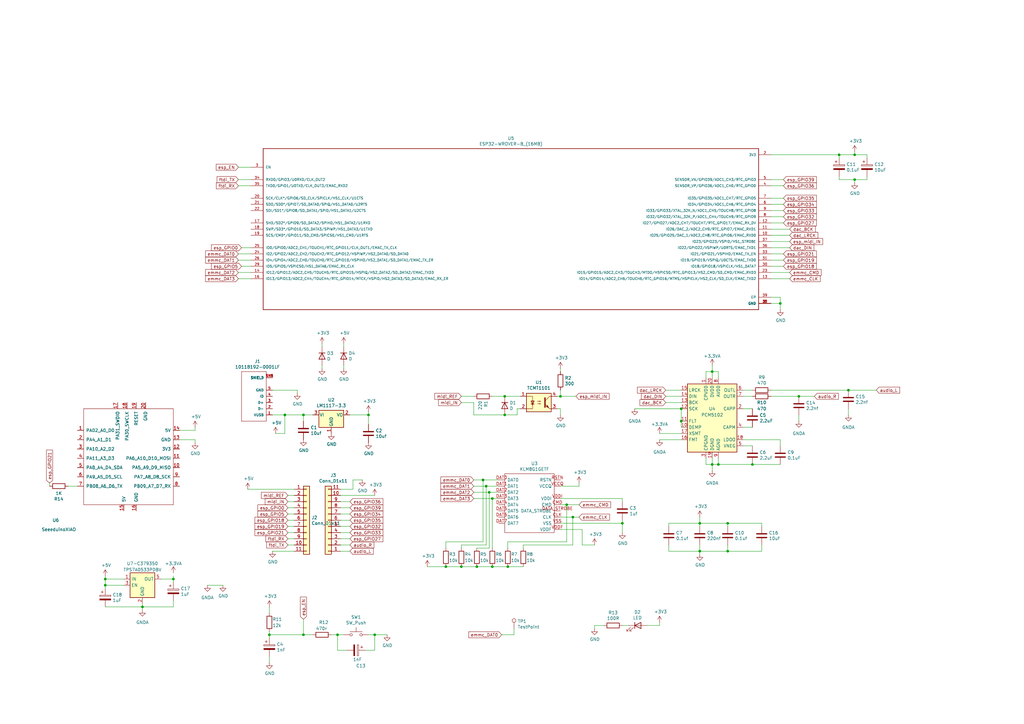
<source format=kicad_sch>
(kicad_sch (version 20230121) (generator eeschema)
  (paper "A3")
  (junction (at 298.45 214.63))
  (junction (at 200.66 201.93))
  (junction (at 350.52 73.66))
  (junction (at 279.4 167.64))
  (junction (at 110.49 260.35))
  (junction (at 124.46 170.18))
  (junction (at 182.88 232.41))
  (junction (at 198.12 196.85))
  (junction (at 234.95 212.09))
  (junction (at 199.39 199.39))
  (junction (at 294.64 190.5))
  (junction (at 232.41 207.01))
  (junction (at 189.23 232.41))
  (junction (at 287.02 226.06))
  (junction (at 350.52 63.5))
  (junction (at 201.93 204.47))
  (junction (at 344.17 63.5))
  (junction (at 207.01 170.18))
  (junction (at 292.1 190.5))
  (junction (at 255.27 214.63))
  (junction (at 298.45 226.06))
  (junction (at 292.1 152.4))
  (junction (at 201.93 232.41))
  (junction (at 327.66 162.56))
  (junction (at 287.02 214.63))
  (junction (at 116.84 170.18))
  (junction (at 279.4 172.72))
  (junction (at 138.43 260.35))
  (junction (at 308.61 190.5))
  (junction (at 208.28 232.41))
  (junction (at 229.87 162.56))
  (junction (at 43.18 237.49))
  (junction (at 124.46 260.35))
  (junction (at 207.01 162.56))
  (junction (at 58.42 248.92))
  (junction (at 347.98 160.02))
  (junction (at 71.12 237.49))
  (junction (at 195.58 232.41))
  (junction (at 43.18 240.03))
  (junction (at 151.13 170.18))
  (junction (at 320.04 124.46))
  (junction (at 153.67 260.35))
  (wire (pts (xy 113.03 177.8) (xy 116.84 177.8)))
  (wire (pts (xy 139.7 210.82) (xy 143.51 210.82)))
  (wire (pts (xy 255.27 214.63) (xy 255.27 213.36)))
  (wire (pts (xy 321.31 76.2) (xy 316.23 76.2)))
  (wire (pts (xy 80.01 180.34) (xy 73.66 180.34)))
  (wire (pts (xy 229.87 167.64) (xy 228.6 167.64)))
  (wire (pts (xy 312.42 226.06) (xy 298.45 226.06)))
  (wire (pts (xy 327.66 170.18) (xy 327.66 172.72)))
  (wire (pts (xy 347.98 167.64) (xy 347.98 170.18)))
  (wire (pts (xy 140.97 260.35) (xy 138.43 260.35)))
  (wire (pts (xy 247.65 256.54) (xy 243.84 256.54)))
  (wire (pts (xy 334.01 162.56) (xy 327.66 162.56)))
  (wire (pts (xy 279.4 162.56) (xy 273.05 162.56)))
  (wire (pts (xy 355.6 63.5) (xy 350.52 63.5)))
  (wire (pts (xy 238.76 223.52) (xy 243.84 223.52)))
  (wire (pts (xy 320.04 124.46) (xy 316.23 124.46)))
  (wire (pts (xy 142.24 266.7) (xy 138.43 266.7)))
  (wire (pts (xy 287.02 214.63) (xy 287.02 212.09)))
  (wire (pts (xy 139.7 218.44) (xy 143.51 218.44)))
  (wire (pts (xy 58.42 248.92) (xy 71.12 248.92)))
  (wire (pts (xy 148.59 196.85) (xy 144.78 196.85)))
  (wire (pts (xy 304.8 182.88) (xy 308.61 182.88)))
  (wire (pts (xy 279.4 172.72) (xy 279.4 167.64)))
  (wire (pts (xy 118.11 210.82) (xy 120.65 210.82)))
  (wire (pts (xy 287.02 214.63) (xy 298.45 214.63)))
  (wire (pts (xy 350.52 73.66) (xy 350.52 74.93)))
  (wire (pts (xy 214.63 224.79) (xy 214.63 223.52)))
  (wire (pts (xy 182.88 232.41) (xy 189.23 232.41)))
  (wire (pts (xy 31.75 199.39) (xy 27.94 199.39)))
  (wire (pts (xy 229.87 162.56) (xy 228.6 162.56)))
  (wire (pts (xy 287.02 226.06) (xy 287.02 223.52)))
  (wire (pts (xy 43.18 240.03) (xy 43.18 241.3)))
  (wire (pts (xy 294.64 154.94) (xy 294.64 152.4)))
  (wire (pts (xy 237.49 198.12) (xy 237.49 199.39)))
  (wire (pts (xy 102.87 101.6) (xy 99.06 101.6)))
  (wire (pts (xy 97.79 73.66) (xy 102.87 73.66)))
  (wire (pts (xy 260.35 167.64) (xy 279.4 167.64)))
  (wire (pts (xy 321.31 81.28) (xy 316.23 81.28)))
  (wire (pts (xy 102.87 68.58) (xy 97.79 68.58)))
  (wire (pts (xy 110.49 251.46) (xy 110.49 248.92)))
  (wire (pts (xy 151.13 260.35) (xy 153.67 260.35)))
  (wire (pts (xy 234.95 223.52) (xy 234.95 212.09)))
  (wire (pts (xy 43.18 237.49) (xy 50.8 237.49)))
  (wire (pts (xy 97.79 111.76) (xy 102.87 111.76)))
  (wire (pts (xy 321.31 86.36) (xy 316.23 86.36)))
  (wire (pts (xy 153.67 260.35) (xy 153.67 266.7)))
  (wire (pts (xy 139.7 205.74) (xy 143.51 205.74)))
  (wire (pts (xy 321.31 91.44) (xy 316.23 91.44)))
  (wire (pts (xy 153.67 266.7) (xy 149.86 266.7)))
  (wire (pts (xy 273.05 160.02) (xy 279.4 160.02)))
  (wire (pts (xy 294.64 190.5) (xy 292.1 190.5)))
  (wire (pts (xy 355.6 73.66) (xy 355.6 72.39)))
  (wire (pts (xy 210.82 260.35) (xy 205.74 260.35)))
  (wire (pts (xy 298.45 226.06) (xy 287.02 226.06)))
  (wire (pts (xy 350.52 62.23) (xy 350.52 63.5)))
  (wire (pts (xy 308.61 190.5) (xy 294.64 190.5)))
  (wire (pts (xy 116.84 170.18) (xy 124.46 170.18)))
  (wire (pts (xy 118.11 218.44) (xy 120.65 218.44)))
  (wire (pts (xy 116.84 177.8) (xy 116.84 170.18)))
  (wire (pts (xy 71.12 246.38) (xy 71.12 248.92)))
  (wire (pts (xy 344.17 72.39) (xy 344.17 73.66)))
  (wire (pts (xy 200.66 224.79) (xy 200.66 201.93)))
  (wire (pts (xy 208.28 232.41) (xy 214.63 232.41)))
  (wire (pts (xy 201.93 162.56) (xy 207.01 162.56)))
  (wire (pts (xy 229.87 151.13) (xy 229.87 152.4)))
  (wire (pts (xy 308.61 175.26) (xy 304.8 175.26)))
  (wire (pts (xy 287.02 214.63) (xy 274.32 214.63)))
  (wire (pts (xy 124.46 254) (xy 124.46 260.35)))
  (wire (pts (xy 189.23 223.52) (xy 199.39 223.52)))
  (wire (pts (xy 287.02 215.9) (xy 287.02 214.63)))
  (wire (pts (xy 320.04 124.46) (xy 320.04 121.92)))
  (wire (pts (xy 255.27 205.74) (xy 255.27 204.47)))
  (wire (pts (xy 316.23 99.06) (xy 323.85 99.06)))
  (wire (pts (xy 229.87 217.17) (xy 238.76 217.17)))
  (wire (pts (xy 210.82 257.81) (xy 210.82 260.35)))
  (wire (pts (xy 139.7 215.9) (xy 143.51 215.9)))
  (wire (pts (xy 139.7 223.52) (xy 143.51 223.52)))
  (wire (pts (xy 355.6 64.77) (xy 355.6 63.5)))
  (wire (pts (xy 138.43 260.35) (xy 135.89 260.35)))
  (wire (pts (xy 308.61 167.64) (xy 304.8 167.64)))
  (wire (pts (xy 182.88 224.79) (xy 182.88 222.25)))
  (wire (pts (xy 97.79 76.2) (xy 102.87 76.2)))
  (wire (pts (xy 182.88 222.25) (xy 198.12 222.25)))
  (wire (pts (xy 120.65 223.52) (xy 118.11 223.52)))
  (wire (pts (xy 189.23 224.79) (xy 189.23 223.52)))
  (wire (pts (xy 255.27 218.44) (xy 255.27 214.63)))
  (wire (pts (xy 200.66 201.93) (xy 204.47 201.93)))
  (wire (pts (xy 189.23 165.1) (xy 194.31 165.1)))
  (wire (pts (xy 294.64 187.96) (xy 294.64 190.5)))
  (wire (pts (xy 229.87 160.02) (xy 229.87 162.56)))
  (wire (pts (xy 124.46 172.72) (xy 124.46 170.18)))
  (wire (pts (xy 232.41 207.01) (xy 237.49 207.01)))
  (wire (pts (xy 316.23 160.02) (xy 347.98 160.02)))
  (wire (pts (xy 195.58 232.41) (xy 189.23 232.41)))
  (wire (pts (xy 270.51 255.27) (xy 270.51 256.54)))
  (wire (pts (xy 298.45 214.63) (xy 298.45 215.9)))
  (wire (pts (xy 316.23 63.5) (xy 344.17 63.5)))
  (wire (pts (xy 198.12 196.85) (xy 204.47 196.85)))
  (wire (pts (xy 274.32 214.63) (xy 274.32 215.9)))
  (wire (pts (xy 344.17 63.5) (xy 350.52 63.5)))
  (wire (pts (xy 201.93 232.41) (xy 208.28 232.41)))
  (wire (pts (xy 124.46 260.35) (xy 110.49 260.35)))
  (wire (pts (xy 151.13 173.99) (xy 151.13 170.18)))
  (wire (pts (xy 194.31 196.85) (xy 198.12 196.85)))
  (wire (pts (xy 80.01 175.26) (xy 80.01 176.53)))
  (wire (pts (xy 195.58 224.79) (xy 200.66 224.79)))
  (wire (pts (xy 120.65 205.74) (xy 118.11 205.74)))
  (wire (pts (xy 153.67 260.35) (xy 158.75 260.35)))
  (wire (pts (xy 43.18 237.49) (xy 43.18 240.03)))
  (wire (pts (xy 292.1 187.96) (xy 292.1 190.5)))
  (wire (pts (xy 320.04 121.92) (xy 316.23 121.92)))
  (wire (pts (xy 43.18 240.03) (xy 50.8 240.03)))
  (wire (pts (xy 80.01 181.61) (xy 80.01 180.34)))
  (wire (pts (xy 270.51 177.8) (xy 279.4 177.8)))
  (wire (pts (xy 120.65 215.9) (xy 118.11 215.9)))
  (wire (pts (xy 128.27 260.35) (xy 124.46 260.35)))
  (wire (pts (xy 208.28 224.79) (xy 208.28 222.25)))
  (wire (pts (xy 71.12 237.49) (xy 66.04 237.49)))
  (wire (pts (xy 257.81 256.54) (xy 255.27 256.54)))
  (wire (pts (xy 312.42 214.63) (xy 312.42 215.9)))
  (wire (pts (xy 111.76 170.18) (xy 116.84 170.18)))
  (wire (pts (xy 139.7 226.06) (xy 143.51 226.06)))
  (wire (pts (xy 316.23 96.52) (xy 323.85 96.52)))
  (wire (pts (xy 102.87 114.3) (xy 97.79 114.3)))
  (wire (pts (xy 151.13 170.18) (xy 151.13 168.91)))
  (wire (pts (xy 110.49 271.78) (xy 110.49 269.24)))
  (wire (pts (xy 139.7 220.98) (xy 143.51 220.98)))
  (wire (pts (xy 132.08 149.86) (xy 132.08 151.13)))
  (wire (pts (xy 238.76 217.17) (xy 238.76 223.52)))
  (wire (pts (xy 118.11 213.36) (xy 120.65 213.36)))
  (wire (pts (xy 144.78 200.66) (xy 139.7 200.66)))
  (wire (pts (xy 347.98 160.02) (xy 359.41 160.02)))
  (wire (pts (xy 312.42 223.52) (xy 312.42 226.06)))
  (wire (pts (xy 304.8 180.34) (xy 320.04 180.34)))
  (wire (pts (xy 118.11 208.28) (xy 120.65 208.28)))
  (wire (pts (xy 199.39 223.52) (xy 199.39 199.39)))
  (wire (pts (xy 292.1 152.4) (xy 289.56 152.4)))
  (wire (pts (xy 292.1 149.86) (xy 292.1 152.4)))
  (wire (pts (xy 213.36 167.64) (xy 212.09 167.64)))
  (wire (pts (xy 208.28 222.25) (xy 232.41 222.25)))
  (wire (pts (xy 316.23 93.98) (xy 323.85 93.98)))
  (wire (pts (xy 320.04 190.5) (xy 308.61 190.5)))
  (wire (pts (xy 199.39 199.39) (xy 204.47 199.39)))
  (wire (pts (xy 229.87 204.47) (xy 255.27 204.47)))
  (wire (pts (xy 320.04 127) (xy 320.04 124.46)))
  (wire (pts (xy 194.31 170.18) (xy 207.01 170.18)))
  (wire (pts (xy 229.87 207.01) (xy 232.41 207.01)))
  (wire (pts (xy 120.65 226.06) (xy 111.76 226.06)))
  (wire (pts (xy 194.31 201.93) (xy 200.66 201.93)))
  (wire (pts (xy 279.4 175.26) (xy 279.4 172.72)))
  (wire (pts (xy 212.09 170.18) (xy 207.01 170.18)))
  (wire (pts (xy 321.31 104.14) (xy 316.23 104.14)))
  (wire (pts (xy 270.51 180.34) (xy 279.4 180.34)))
  (wire (pts (xy 110.49 260.35) (xy 110.49 259.08)))
  (wire (pts (xy 111.76 160.02) (xy 121.92 160.02)))
  (wire (pts (xy 289.56 154.94) (xy 289.56 152.4)))
  (wire (pts (xy 279.4 165.1) (xy 273.05 165.1)))
  (wire (pts (xy 243.84 256.54) (xy 243.84 257.81)))
  (wire (pts (xy 121.92 160.02) (xy 121.92 161.29)))
  (wire (pts (xy 140.97 149.86) (xy 140.97 151.13)))
  (wire (pts (xy 236.22 162.56) (xy 229.87 162.56)))
  (wire (pts (xy 143.51 170.18) (xy 151.13 170.18)))
  (wire (pts (xy 323.85 111.76) (xy 316.23 111.76)))
  (wire (pts (xy 292.1 190.5) (xy 292.1 193.04)))
  (wire (pts (xy 201.93 224.79) (xy 201.93 204.47)))
  (wire (pts (xy 298.45 214.63) (xy 312.42 214.63)))
  (wire (pts (xy 201.93 204.47) (xy 204.47 204.47)))
  (wire (pts (xy 308.61 160.02) (xy 304.8 160.02)))
  (wire (pts (xy 58.42 248.92) (xy 58.42 250.19)))
  (wire (pts (xy 320.04 180.34) (xy 320.04 182.88)))
  (wire (pts (xy 321.31 88.9) (xy 316.23 88.9)))
  (wire (pts (xy 120.65 203.2) (xy 118.11 203.2)))
  (wire (pts (xy 327.66 162.56) (xy 316.23 162.56)))
  (wire (pts (xy 207.01 162.56) (xy 213.36 162.56)))
  (wire (pts (xy 287.02 227.33) (xy 287.02 226.06)))
  (wire (pts (xy 101.6 200.66) (xy 120.65 200.66)))
  (wire (pts (xy 97.79 106.68) (xy 102.87 106.68)))
  (wire (pts (xy 321.31 106.68) (xy 316.23 106.68)))
  (wire (pts (xy 99.06 109.22) (xy 102.87 109.22)))
  (wire (pts (xy 274.32 226.06) (xy 287.02 226.06)))
  (wire (pts (xy 294.64 152.4) (xy 292.1 152.4)))
  (wire (pts (xy 43.18 248.92) (xy 58.42 248.92)))
  (wire (pts (xy 229.87 214.63) (xy 255.27 214.63)))
  (wire (pts (xy 321.31 73.66) (xy 316.23 73.66)))
  (wire (pts (xy 194.31 204.47) (xy 201.93 204.47)))
  (wire (pts (xy 298.45 223.52) (xy 298.45 226.06)))
  (wire (pts (xy 139.7 213.36) (xy 143.51 213.36)))
  (wire (pts (xy 292.1 190.5) (xy 289.56 190.5)))
  (wire (pts (xy 195.58 232.41) (xy 201.93 232.41)))
  (wire (pts (xy 194.31 199.39) (xy 199.39 199.39)))
  (wire (pts (xy 234.95 212.09) (xy 237.49 212.09)))
  (wire (pts (xy 229.87 212.09) (xy 234.95 212.09)))
  (wire (pts (xy 124.46 170.18) (xy 128.27 170.18)))
  (wire (pts (xy 80.01 176.53) (xy 73.66 176.53)))
  (wire (pts (xy 71.12 237.49) (xy 71.12 238.76)))
  (wire (pts (xy 138.43 266.7) (xy 138.43 260.35)))
  (wire (pts (xy 292.1 152.4) (xy 292.1 154.94)))
  (wire (pts (xy 132.08 140.97) (xy 132.08 142.24)))
  (wire (pts (xy 323.85 101.6) (xy 316.23 101.6)))
  (wire (pts (xy 229.87 167.64) (xy 229.87 170.18)))
  (wire (pts (xy 321.31 83.82) (xy 316.23 83.82)))
  (wire (pts (xy 20.32 198.12) (xy 20.32 199.39)))
  (wire (pts (xy 229.87 199.39) (xy 237.49 199.39)))
  (wire (pts (xy 175.26 232.41) (xy 182.88 232.41)))
  (wire (pts (xy 120.65 220.98) (xy 118.11 220.98)))
  (wire (pts (xy 43.18 236.22) (xy 43.18 237.49)))
  (wire (pts (xy 97.79 104.14) (xy 102.87 104.14)))
  (wire (pts (xy 270.51 256.54) (xy 265.43 256.54)))
  (wire (pts (xy 321.31 109.22) (xy 316.23 109.22)))
  (wire (pts (xy 289.56 187.96) (xy 289.56 190.5)))
  (wire (pts (xy 323.85 114.3) (xy 316.23 114.3)))
  (wire (pts (xy 214.63 223.52) (xy 234.95 223.52)))
  (wire (pts (xy 198.12 222.25) (xy 198.12 196.85)))
  (wire (pts (xy 194.31 165.1) (xy 194.31 170.18)))
  (wire (pts (xy 304.8 162.56) (xy 308.61 162.56)))
  (wire (pts (xy 139.7 208.28) (xy 143.51 208.28)))
  (wire (pts (xy 71.12 236.22) (xy 71.12 237.49)))
  (wire (pts (xy 189.23 162.56) (xy 194.31 162.56)))
  (wire (pts (xy 274.32 223.52) (xy 274.32 226.06)))
  (wire (pts (xy 344.17 63.5) (xy 344.17 64.77)))
  (wire (pts (xy 144.78 196.85) (xy 144.78 200.66)))
  (wire (pts (xy 139.7 203.2) (xy 153.67 203.2)))
  (wire (pts (xy 350.52 73.66) (xy 355.6 73.66)))
  (wire (pts (xy 140.97 140.97) (xy 140.97 142.24)))
  (wire (pts (xy 110.49 261.62) (xy 110.49 260.35)))
  (wire (pts (xy 232.41 222.25) (xy 232.41 207.01)))
  (wire (pts (xy 85.09 240.03) (xy 91.44 240.03)))
  (wire (pts (xy 58.42 247.65) (xy 58.42 248.92)))
  (wire (pts (xy 212.09 167.64) (xy 212.09 170.18)))
  (wire (pts (xy 344.17 73.66) (xy 350.52 73.66)))
  (global_label "dac_DIN" (shape input) (at 273.05 162.56 180) (property "Intersheetrefs" "${INTERSHEET_REFS}" (effects hide)))
  (global_label "esp_GPIO21" (shape input) (at 20.32 198.12 90) (property "Intersheetrefs" "${INTERSHEET_REFS}" (effects hide)))
  (global_label "esp_GPIO34" (shape input) (at 321.31 83.82 0) (property "Intersheetrefs" "${INTERSHEET_REFS}" (effects hide)))
  (global_label "esp_GPIO19" (shape input) (at 118.11 215.9 180) (property "Intersheetrefs" "${INTERSHEET_REFS}" (effects hide)))
  (global_label "ftdi_TX" (shape input) (at 97.79 73.66 180) (property "Intersheetrefs" "${INTERSHEET_REFS}" (effects hide)))
  (global_label "dac_DIN" (shape input) (at 323.85 101.6 0) (property "Intersheetrefs" "${INTERSHEET_REFS}" (effects hide)))
  (global_label "dac_BCK" (shape input) (at 273.05 165.1 180) (property "Intersheetrefs" "${INTERSHEET_REFS}" (effects hide)))
  (global_label "emmc_CMD" (shape input) (at 323.85 111.76 0) (property "Intersheetrefs" "${INTERSHEET_REFS}" (effects hide)))
  (global_label "emmc_DAT0" (shape input) (at 194.31 196.85 180) (property "Intersheetrefs" "${INTERSHEET_REFS}" (effects hide)))
  (global_label "ftdi_TX" (shape input) (at 118.11 223.52 180) (property "Intersheetrefs" "${INTERSHEET_REFS}" (effects hide)))
  (global_label "esp_midi_IN" (shape input) (at 323.85 99.06 0) (property "Intersheetrefs" "${INTERSHEET_REFS}" (effects hide)))
  (global_label "emmc_DAT1" (shape input) (at 97.79 106.68 180) (property "Intersheetrefs" "${INTERSHEET_REFS}" (effects hide)))
  (global_label "esp_GPIO27" (shape input) (at 321.31 91.44 0) (property "Intersheetrefs" "${INTERSHEET_REFS}" (effects hide)))
  (global_label "esp_GPIO35" (shape input) (at 321.31 81.28 0) (property "Intersheetrefs" "${INTERSHEET_REFS}" (effects hide)))
  (global_label "esp_GPIO32" (shape input) (at 321.31 88.9 0) (property "Intersheetrefs" "${INTERSHEET_REFS}" (effects hide)))
  (global_label "esp_GPIO19" (shape input) (at 321.31 106.68 0) (property "Intersheetrefs" "${INTERSHEET_REFS}" (effects hide)))
  (global_label "esp_GPIO5" (shape input) (at 118.11 210.82 180) (property "Intersheetrefs" "${INTERSHEET_REFS}" (effects hide)))
  (global_label "ftdi_RX" (shape input) (at 97.79 76.2 180) (property "Intersheetrefs" "${INTERSHEET_REFS}" (effects hide)))
  (global_label "emmc_CMD" (shape input) (at 237.49 207.01 0) (property "Intersheetrefs" "${INTERSHEET_REFS}" (effects hide)))
  (global_label "esp_EN" (shape input) (at 97.79 68.58 180) (property "Intersheetrefs" "${INTERSHEET_REFS}" (effects hide)))
  (global_label "esp_GPIO0" (shape input) (at 118.11 208.28 180) (property "Intersheetrefs" "${INTERSHEET_REFS}" (effects hide)))
  (global_label "esp_GPIO39" (shape input) (at 321.31 73.66 0) (property "Intersheetrefs" "${INTERSHEET_REFS}" (effects hide)))
  (global_label "dac_LRCK" (shape input) (at 273.05 160.02 180) (property "Intersheetrefs" "${INTERSHEET_REFS}" (effects hide)))
  (global_label "audio_L" (shape input) (at 359.41 160.02 0) (property "Intersheetrefs" "${INTERSHEET_REFS}" (effects hide)))
  (global_label "esp_GPIO0" (shape input) (at 99.06 101.6 180) (property "Intersheetrefs" "${INTERSHEET_REFS}" (effects hide)))
  (global_label "emmc_DAT1" (shape input) (at 194.31 199.39 180) (property "Intersheetrefs" "${INTERSHEET_REFS}" (effects hide)))
  (global_label "esp_GPIO33" (shape input) (at 143.51 218.44 0) (property "Intersheetrefs" "${INTERSHEET_REFS}" (effects hide)))
  (global_label "esp_GPIO18" (shape input) (at 118.11 213.36 180) (property "Intersheetrefs" "${INTERSHEET_REFS}" (effects hide)))
  (global_label "esp_EN" (shape input) (at 124.46 254 90) (property "Intersheetrefs" "${INTERSHEET_REFS}" (effects hide)))
  (global_label "esp_GPIO27" (shape input) (at 143.51 220.98 0) (property "Intersheetrefs" "${INTERSHEET_REFS}" (effects hide)))
  (global_label "emmc_DAT2" (shape input) (at 97.79 111.76 180) (property "Intersheetrefs" "${INTERSHEET_REFS}" (effects hide)))
  (global_label "esp_GPIO21" (shape input) (at 118.11 218.44 180) (property "Intersheetrefs" "${INTERSHEET_REFS}" (effects hide)))
  (global_label "dac_LRCK" (shape input) (at 323.85 96.52 0) (property "Intersheetrefs" "${INTERSHEET_REFS}" (effects hide)))
  (global_label "audio_R" (shape input) (at 334.01 162.56 0) (property "Intersheetrefs" "${INTERSHEET_REFS}" (effects hide)))
  (global_label "esp_GPIO39" (shape input) (at 143.51 208.28 0) (property "Intersheetrefs" "${INTERSHEET_REFS}" (effects hide)))
  (global_label "emmc_DAT2" (shape input) (at 194.31 201.93 180) (property "Intersheetrefs" "${INTERSHEET_REFS}" (effects hide)))
  (global_label "audio_L" (shape input) (at 143.51 226.06 0) (property "Intersheetrefs" "${INTERSHEET_REFS}" (effects hide)))
  (global_label "emmc_DAT0" (shape input) (at 205.74 260.35 180) (property "Intersheetrefs" "${INTERSHEET_REFS}" (effects hide)))
  (global_label "dac_BCK" (shape input) (at 323.85 93.98 0) (property "Intersheetrefs" "${INTERSHEET_REFS}" (effects hide)))
  (global_label "esp_GPIO33" (shape input) (at 321.31 86.36 0) (property "Intersheetrefs" "${INTERSHEET_REFS}" (effects hide)))
  (global_label "emmc_DAT3" (shape input) (at 97.79 114.3 180) (property "Intersheetrefs" "${INTERSHEET_REFS}" (effects hide)))
  (global_label "esp_GPIO34" (shape input) (at 143.51 210.82 0) (property "Intersheetrefs" "${INTERSHEET_REFS}" (effects hide)))
  (global_label "esp_GPIO32" (shape input) (at 143.51 215.9 0) (property "Intersheetrefs" "${INTERSHEET_REFS}" (effects hide)))
  (global_label "emmc_DAT0" (shape input) (at 97.79 104.14 180) (property "Intersheetrefs" "${INTERSHEET_REFS}" (effects hide)))
  (global_label "esp_GPIO21" (shape input) (at 321.31 104.14 0) (property "Intersheetrefs" "${INTERSHEET_REFS}" (effects hide)))
  (global_label "midi_REF" (shape input) (at 118.11 203.2 180) (property "Intersheetrefs" "${INTERSHEET_REFS}" (effects hide)))
  (global_label "esp_GPIO36" (shape input) (at 321.31 76.2 0) (property "Intersheetrefs" "${INTERSHEET_REFS}" (effects hide)))
  (global_label "ftdi_RX" (shape input) (at 118.11 220.98 180) (property "Intersheetrefs" "${INTERSHEET_REFS}" (effects hide)))
  (global_label "esp_GPIO36" (shape input) (at 143.51 205.74 0) (property "Intersheetrefs" "${INTERSHEET_REFS}" (effects hide)))
  (global_label "esp_GPIO5" (shape input) (at 99.06 109.22 180) (property "Intersheetrefs" "${INTERSHEET_REFS}" (effects hide)))
  (global_label "midi_IN" (shape input) (at 118.11 205.74 180) (property "Intersheetrefs" "${INTERSHEET_REFS}" (effects hide)))
  (global_label "esp_GPIO18" (shape input) (at 321.31 109.22 0) (property "Intersheetrefs" "${INTERSHEET_REFS}" (effects hide)))
  (global_label "emmc_CLK" (shape input) (at 237.49 212.09 0) (property "Intersheetrefs" "${INTERSHEET_REFS}" (effects hide)))
  (global_label "midi_REF" (shape input) (at 189.23 162.56 180) (property "Intersheetrefs" "${INTERSHEET_REFS}" (effects hide)))
  (global_label "midi_IN" (shape input) (at 189.23 165.1 180) (property "Intersheetrefs" "${INTERSHEET_REFS}" (effects hide)))
  (global_label "esp_midi_IN" (shape input) (at 236.22 162.56 0) (property "Intersheetrefs" "${INTERSHEET_REFS}" (effects hide)))
  (global_label "audio_R" (shape input) (at 143.51 223.52 0) (property "Intersheetrefs" "${INTERSHEET_REFS}" (effects hide)))
  (global_label "esp_GPIO35" (shape input) (at 143.51 213.36 0) (property "Intersheetrefs" "${INTERSHEET_REFS}" (effects hide)))
  (global_label "emmc_DAT3" (shape input) (at 194.31 204.47 180) (property "Intersheetrefs" "${INTERSHEET_REFS}" (effects hide)))
  (global_label "emmc_CLK" (shape input) (at 323.85 114.3 0) (property "Intersheetrefs" "${INTERSHEET_REFS}" (effects hide)))
  (symbol (lib_id "Audio:PCM5102") (at 292.1 170.18 0) (unit 1)
    (property "Reference" "U4" (at 292.1 167.64 0))
    (property "Value" "PCM5102" (at 292.1 170.18 0))
    (property "Footprint" "Package_SO:TSSOP-20_4.4x6.5mm_P0.65mm" (effects hide))
    (property "Datasheet" "http://www.ti.com/lit/ds/symlink/pcm5102.pdf" (effects hide))
    (property "LCSC" "C131154" (effects hide))
  )
  (symbol (lib_id "power:+3V3") (at 237.49 198.12 0) (unit 1)
    (property "Reference" "#PWR018" (effects hide))
    (property "Value" "+3V3" (at 237.871 193.7258 0))
  )
  (symbol (lib_id "wvr_v.1.0-rescue:+3.3V-power") (at 287.02 212.09 0) (unit 1)
    (property "Reference" "#PWR021" (effects hide))
    (property "Value" "+3.3V" (at 287.401 207.6958 0))
  )
  (symbol (lib_id "power:GND") (at 255.27 218.44 0) (unit 1)
    (property "Reference" "#PWR016" (effects hide))
    (property "Value" "GND" (at 255.397 222.8342 0))
  )
  (symbol (lib_id "power:GND") (at 287.02 227.33 0) (unit 1)
    (property "Reference" "#PWR022" (effects hide))
    (property "Value" "GND" (at 287.147 231.7242 0))
  )
  (symbol (lib_id "power:+3V3") (at 243.84 223.52 0) (unit 1)
    (property "Reference" "#PWR015" (effects hide))
    (property "Value" "+3V3" (at 244.221 219.1258 0))
  )
  (symbol (lib_id "Device:C") (at 255.27 209.55 0) (unit 1)
    (property "Reference" "C3" (at 258.191 208.3816 0) (effects (justify left)))
    (property "Value" "1uf" (at 258.191 210.693 0) (effects (justify left)))
    (property "Footprint" "Capacitor_SMD:C_0402_1005Metric" (effects hide))
  )
  (symbol (lib_id "wvr_v.1.0:KLM8G1GETF-PTRZ-Waver") (at 217.17 193.04 0) (unit 1)
    (property "Reference" "U3" (at 219.202 190.119 0))
    (property "Value" "KLM8G1GETF" (at 219.202 192.4304 0))
    (property "Footprint" "wvr_v.1.0:KLM8G1GETF_ALL_PADS" (effects hide))
    (property "LCSC" "C499918" (effects hide))
  )
  (symbol (lib_id "Device:R") (at 312.42 160.02 270) (unit 1)
    (property "Reference" "R9" (at 312.42 154.7622 90))
    (property "Value" "470" (at 312.42 157.0736 90))
    (property "Footprint" "Resistor_SMD:R_0402_1005Metric" (effects hide))
  )
  (symbol (lib_id "Device:R") (at 312.42 162.56 90) (unit 1)
    (property "Reference" "R10" (at 312.42 165.1 90))
    (property "Value" "470" (at 312.42 167.64 90))
    (property "Footprint" "Resistor_SMD:R_0402_1005Metric" (effects hide))
  )
  (symbol (lib_id "Device:C") (at 308.61 186.69 0) (unit 1)
    (property "Reference" "C6" (at 311.531 185.5216 0) (effects (justify left)))
    (property "Value" "2.2uF" (at 311.531 187.833 0) (effects (justify left)))
    (property "Footprint" "Capacitor_SMD:C_0402_1005Metric" (effects hide))
  )
  (symbol (lib_id "Device:C") (at 298.45 219.71 0) (unit 1)
    (property "Reference" "C10" (at 301.371 218.5416 0) (effects (justify left)))
    (property "Value" "0.1uf" (at 301.371 220.853 0) (effects (justify left)))
    (property "Footprint" "Capacitor_SMD:C_0402_1005Metric" (effects hide))
  )
  (symbol (lib_id "Device:C") (at 308.61 171.45 0) (unit 1)
    (property "Reference" "C5" (at 311.531 170.2816 0) (effects (justify left)))
    (property "Value" "2.2uF" (at 311.531 172.593 0) (effects (justify left)))
    (property "Footprint" "Capacitor_SMD:C_0402_1005Metric" (effects hide))
  )
  (symbol (lib_id "Device:C") (at 287.02 219.71 0) (unit 1)
    (property "Reference" "C8" (at 289.941 218.5416 0) (effects (justify left)))
    (property "Value" "220nf" (at 289.941 220.853 0) (effects (justify left)))
    (property "Footprint" "Capacitor_SMD:C_0402_1005Metric" (effects hide))
  )
  (symbol (lib_id "Isolator:TCMT1101") (at 220.98 165.1 0) (unit 1)
    (property "Reference" "U1" (at 220.98 156.845 0))
    (property "Value" "TCMT1101" (at 220.98 159.1564 0))
    (property "Footprint" "Package_SO:SOP-4_4.4x2.6mm_P1.27mm" (effects hide))
    (property "Datasheet" "http://www.vishay.com/docs/83510/tcmt1100.pdf" (effects hide))
  )
  (symbol (lib_id "Device:D") (at 207.01 166.37 270) (unit 1)
    (property "Reference" "D1" (at 209.0166 165.2016 90) (effects (justify left)))
    (property "Value" "D" (at 209.0166 167.513 90) (effects (justify left)))
    (property "Footprint" "Diode_SMD:D_SOD-323" (effects hide))
  )
  (symbol (lib_id "Device:R") (at 198.12 162.56 270) (unit 1)
    (property "Reference" "R1" (at 199.2884 164.338 0) (effects (justify left)))
    (property "Value" "220" (at 196.977 164.338 0) (effects (justify left)))
    (property "Footprint" "Resistor_SMD:R_0402_1005Metric" (effects hide))
  )
  (symbol (lib_id "power:GND") (at 229.87 170.18 0) (unit 1)
    (property "Reference" "#PWR01" (effects hide))
    (property "Value" "GND" (at 229.997 174.5742 0))
  )
  (symbol (lib_id "wvr_v.1.0-rescue:+3.3V-power") (at 229.87 151.13 0) (unit 1)
    (property "Reference" "#PWR02" (effects hide))
    (property "Value" "+3.3V" (at 230.251 146.7358 0))
  )
  (symbol (lib_id "Device:R") (at 229.87 156.21 0) (unit 1)
    (property "Reference" "R2" (at 231.648 155.0416 0) (effects (justify left)))
    (property "Value" "300" (at 231.648 157.353 0) (effects (justify left)))
    (property "Footprint" "Resistor_SMD:R_0402_1005Metric" (effects hide))
  )
  (symbol (lib_id "wvr_v.1.0-rescue:LM1117-3.3-Regulator_Linear") (at 135.89 170.18 0) (unit 1)
    (property "Reference" "U2" (at 135.89 164.0332 0))
    (property "Value" "LM1117-3.3" (at 135.89 166.3446 0))
    (property "Footprint" "Package_TO_SOT_SMD:SOT-223-3_TabPin2" (effects hide))
    (property "Datasheet" "http://www.ti.com/lit/ds/symlink/lm1117.pdf" (effects hide))
    (property "LCSC" "C23984" (effects hide))
  )
  (symbol (lib_id "power:GND") (at 121.92 161.29 0) (unit 1)
    (property "Reference" "#PWR06" (effects hide))
    (property "Value" "GND" (at 122.047 165.6842 0))
  )
  (symbol (lib_id "power:GND") (at 135.89 177.8 0) (unit 1)
    (property "Reference" "#PWR09" (effects hide))
    (property "Value" "GND" (at 136.017 182.1942 0))
  )
  (symbol (lib_id "power:+3V3") (at 151.13 168.91 0) (unit 1)
    (property "Reference" "#PWR012" (effects hide))
    (property "Value" "+3V3" (at 151.511 164.5158 0))
  )
  (symbol (lib_id "power:GND") (at 124.46 180.34 0) (unit 1)
    (property "Reference" "#PWR07" (effects hide))
    (property "Value" "GND" (at 124.587 184.7342 0))
  )
  (symbol (lib_id "power:GND") (at 151.13 181.61 0) (unit 1)
    (property "Reference" "#PWR010" (effects hide))
    (property "Value" "GND" (at 151.257 186.0042 0))
  )
  (symbol (lib_id "Device:C") (at 320.04 186.69 0) (unit 1)
    (property "Reference" "C9" (at 322.961 185.5216 0) (effects (justify left)))
    (property "Value" "0.1uF" (at 322.961 187.833 0) (effects (justify left)))
    (property "Footprint" "Capacitor_SMD:C_0402_1005Metric" (effects hide))
  )
  (symbol (lib_name "ESP32-WROVER-B_(16MB)-Waver_2") (lib_id "wvr_v.1.0:ESP32-WROVER-B_(16MB)-Waver") (at 209.55 93.98 0) (unit 1)
    (property "Reference" "U5" (at 209.55 56.7182 0))
    (property "Value" "ESP32-WROVER-B_(16MB)" (at 209.55 59.0296 0))
    (property "Footprint" "wvr_v.1.0:XCVR_ESP32-WROVER-B_(16MB)" (effects hide))
    (property "Datasheet" "1.1" (effects hide))
    (property "LCSC" "C529591" (effects hide))
  )
  (symbol (lib_name "10118192-0001LF-Waver_2") (lib_id "wvr_v.1.0:10118192-0001LF-Waver") (at 104.14 162.56 180) (unit 1)
    (property "Reference" "J1" (at 105.6132 148.209 0))
    (property "Value" "10118192-0001LF" (at 105.6132 150.5204 0))
    (property "Footprint" "wvr_v.1.0:USB-MICRO-B_C40942" (effects hide))
    (property "Datasheet" "Manufacturer Recommendation" (effects hide))
    (property "Field4" "B" (effects hide))
    (property "Field5" "Amphenol" (effects hide))
  )
  (symbol (lib_id "Device:C") (at 124.46 176.53 0) (unit 1)
    (property "Reference" "C1" (at 127.381 175.3616 0) (effects (justify left)))
    (property "Value" "10uf" (at 127.381 177.673 0) (effects (justify left)))
    (property "Footprint" "Capacitor_SMD:C_0402_1005Metric" (effects hide))
  )
  (symbol (lib_id "Device:C") (at 151.13 177.8 0) (unit 1)
    (property "Reference" "C2" (at 154.051 176.6316 0) (effects (justify left)))
    (property "Value" "10uf" (at 154.051 178.943 0) (effects (justify left)))
    (property "Footprint" "Capacitor_SMD:C_0402_1005Metric" (effects hide))
  )
  (symbol (lib_id "power:+5V") (at 113.03 177.8 0) (unit 1)
    (property "Reference" "#PWR0112" (effects hide))
    (property "Value" "+5V" (at 113.411 173.4058 0))
  )
  (symbol (lib_id "power:+5V") (at 101.6 200.66 0) (unit 1)
    (property "Reference" "#PWR0113" (effects hide))
    (property "Value" "+5V" (at 101.981 196.2658 0))
  )
  (symbol (lib_id "Device:C") (at 274.32 219.71 0) (unit 1)
    (property "Reference" "C7" (at 277.241 218.5416 0) (effects (justify left)))
    (property "Value" "0.1uf" (at 277.241 220.853 0) (effects (justify left)))
    (property "Footprint" "Capacitor_SMD:C_0402_1005Metric" (effects hide))
  )
  (symbol (lib_id "Device:R") (at 189.23 228.6 0) (unit 1)
    (property "Reference" "R4" (at 190.5 227.33 0) (effects (justify left)))
    (property "Value" "10k" (at 190.5 229.87 0) (effects (justify left)))
    (property "Footprint" "Resistor_SMD:R_0402_1005Metric" (effects hide))
  )
  (symbol (lib_id "Device:R") (at 195.58 228.6 0) (unit 1)
    (property "Reference" "R5" (at 196.85 227.33 0) (effects (justify left)))
    (property "Value" "10k" (at 196.85 229.87 0) (effects (justify left)))
    (property "Footprint" "Resistor_SMD:R_0402_1005Metric" (effects hide))
  )
  (symbol (lib_id "Device:R") (at 201.93 228.6 0) (unit 1)
    (property "Reference" "R6" (at 203.2 227.33 0) (effects (justify left)))
    (property "Value" "10k" (at 203.2 229.87 0) (effects (justify left)))
    (property "Footprint" "Resistor_SMD:R_0402_1005Metric" (effects hide))
  )
  (symbol (lib_id "Device:R") (at 182.88 228.6 0) (unit 1)
    (property "Reference" "R3" (at 184.15 227.33 0) (effects (justify left)))
    (property "Value" "10k" (at 184.15 229.87 0) (effects (justify left)))
    (property "Footprint" "Resistor_SMD:R_0402_1005Metric" (effects hide))
  )
  (symbol (lib_id "power:+3V3") (at 175.26 232.41 0) (unit 1)
    (property "Reference" "#PWR0101" (effects hide))
    (property "Value" "+3V3" (at 175.641 228.0158 0))
  )
  (symbol (lib_id "Device:LED") (at 261.62 256.54 0) (unit 1)
    (property "Reference" "D2" (at 261.4422 251.0536 0))
    (property "Value" "LED" (at 261.4422 253.365 0))
    (property "Footprint" "LED_SMD:LED_0603_1608Metric" (effects hide))
  )
  (symbol (lib_id "wvr_v.1.0-rescue:+3.3V-power") (at 270.51 255.27 0) (unit 1)
    (property "Reference" "#PWR0114" (effects hide))
    (property "Value" "+3.3V" (at 270.891 250.8758 0))
  )
  (symbol (lib_id "Device:R") (at 251.46 256.54 270) (unit 1)
    (property "Reference" "R13" (at 251.46 251.2822 90))
    (property "Value" "100R" (at 251.46 253.5936 90))
    (property "Footprint" "Resistor_SMD:R_0402_1005Metric" (effects hide))
  )
  (symbol (lib_id "power:GND") (at 243.84 257.81 0) (unit 1)
    (property "Reference" "#PWR0115" (effects hide))
    (property "Value" "GND" (at 243.967 262.2042 0))
  )
  (symbol (lib_id "Connector_Generic:Conn_01x11") (at 125.73 213.36 0) (unit 1)
    (property "Reference" "J2" (at 127.762 212.2932 0) (effects (justify left)))
    (property "Value" "Conn_01x11" (at 127.762 214.6046 0) (effects (justify left)))
    (property "Footprint" "Waver:CAST_HEADER_11_LEFT_2" (effects hide))
  )
  (symbol (lib_id "Connector_Generic:Conn_01x11") (at 134.62 213.36 180) (unit 1)
    (property "Reference" "J3" (at 136.7028 194.945 0))
    (property "Value" "Conn_01x11" (at 136.7028 197.2564 0))
    (property "Footprint" "Waver:CAST_HEADER_11_RIGHT_2" (effects hide))
  )
  (symbol (lib_id "Device:R") (at 208.28 228.6 0) (unit 1)
    (property "Reference" "R7" (at 209.55 227.33 0) (effects (justify left)))
    (property "Value" "10k" (at 209.55 229.87 0) (effects (justify left)))
    (property "Footprint" "Resistor_SMD:R_0402_1005Metric" (effects hide))
  )
  (symbol (lib_id "Device:R") (at 214.63 228.6 0) (unit 1)
    (property "Reference" "R8" (at 215.9 227.33 0) (effects (justify left)))
    (property "Value" "10k" (at 215.9 229.87 0) (effects (justify left)))
    (property "Footprint" "Resistor_SMD:R_0402_1005Metric" (effects hide))
  )
  (symbol (lib_id "wvr_v.1.0-rescue:+3.3V-power") (at 153.67 203.2 0) (unit 1)
    (property "Reference" "#PWR0102" (effects hide))
    (property "Value" "+3.3V" (at 154.051 198.8058 0))
  )
  (symbol (lib_id "power:GND") (at 111.76 226.06 0) (unit 1)
    (property "Reference" "#PWR0103" (effects hide))
    (property "Value" "GND" (at 111.887 230.4542 0))
  )
  (symbol (lib_id "power:GND") (at 320.04 127 0) (unit 1)
    (property "Reference" "#PWR0104" (effects hide))
    (property "Value" "GND" (at 320.167 131.3942 0))
  )
  (symbol (lib_id "power:GND") (at 148.59 196.85 0) (unit 1)
    (property "Reference" "#PWR0105" (effects hide))
    (property "Value" "GND" (at 148.717 201.2442 0))
  )
  (symbol (lib_id "wvr_v.1.0-rescue:CP-Device") (at 344.17 68.58 0) (unit 1)
    (property "Reference" "C11" (at 347.1672 67.4116 0) (effects (justify left)))
    (property "Value" "0.1uF" (at 347.1672 69.723 0) (effects (justify left)))
    (property "Footprint" "Capacitor_SMD:C_0402_1005Metric" (effects hide))
  )
  (symbol (lib_id "wvr_v.1.0-rescue:CP-Device") (at 355.6 68.58 0) (unit 1)
    (property "Reference" "C12" (at 358.5972 67.4116 0) (effects (justify left)))
    (property "Value" "10uF" (at 358.5972 69.723 0) (effects (justify left)))
    (property "Footprint" "Capacitor_SMD:C_0402_1005Metric" (effects hide))
  )
  (symbol (lib_id "power:GND") (at 350.52 74.93 0) (unit 1)
    (property "Reference" "#PWR0108" (effects hide))
    (property "Value" "GND" (at 350.647 79.3242 0))
  )
  (symbol (lib_id "wvr_v.1.0-rescue:+3.3V-power") (at 350.52 62.23 0) (unit 1)
    (property "Reference" "#PWR0109" (effects hide))
    (property "Value" "+3.3V" (at 350.901 57.8358 0))
  )
  (symbol (lib_id "Device:R") (at 110.49 255.27 0) (unit 1)
    (property "Reference" "R11" (at 111.76 254 0) (effects (justify left)))
    (property "Value" "12k" (at 111.76 256.54 0) (effects (justify left)))
    (property "Footprint" "Resistor_SMD:R_0402_1005Metric" (effects hide))
  )
  (symbol (lib_id "wvr_v.1.0-rescue:+3.3V-power") (at 110.49 248.92 0) (unit 1)
    (property "Reference" "#PWR0106" (effects hide))
    (property "Value" "+3.3V" (at 110.871 244.5258 0))
  )
  (symbol (lib_id "wvr_v.1.0-rescue:CP-Device") (at 110.49 265.43 0) (unit 1)
    (property "Reference" "C4" (at 113.4872 264.2616 0) (effects (justify left)))
    (property "Value" "1nF" (at 113.4872 266.573 0) (effects (justify left)))
    (property "Footprint" "Capacitor_SMD:C_0402_1005Metric" (effects hide))
  )
  (symbol (lib_id "power:GND") (at 110.49 271.78 0) (unit 1)
    (property "Reference" "#PWR0107" (effects hide))
    (property "Value" "GND" (at 110.617 276.1742 0))
  )
  (symbol (lib_id "wvr_v.1.0:SW_Push-Switch-Waver-V4-rescue") (at 146.05 260.35 0) (unit 1)
    (property "Reference" "SW1" (at 146.05 253.111 0))
    (property "Value" "SW_Push" (at 146.05 255.4224 0))
    (property "Footprint" "Button_Switch_SMD:SW_Push_SPST_NO_Alps_SKRK" (effects hide))
  )
  (symbol (lib_id "Device:R") (at 132.08 260.35 270) (unit 1)
    (property "Reference" "R12" (at 130.81 255.27 90) (effects (justify left)))
    (property "Value" "470r" (at 129.54 257.81 90) (effects (justify left)))
    (property "Footprint" "Resistor_SMD:R_0402_1005Metric" (effects hide))
  )
  (symbol (lib_id "wvr_v.1.0-rescue:CP-Device") (at 146.05 266.7 270) (unit 1)
    (property "Reference" "C13" (at 146.05 273.05 90) (effects (justify left)))
    (property "Value" "1nF" (at 144.78 270.51 90) (effects (justify left)))
    (property "Footprint" "Capacitor_SMD:C_0402_1005Metric" (effects hide))
  )
  (symbol (lib_id "power:GND") (at 158.75 260.35 0) (unit 1)
    (property "Reference" "#PWR0111" (effects hide))
    (property "Value" "GND" (at 158.877 264.7442 0))
  )
  (symbol (lib_id "Device:C") (at 347.98 163.83 0) (unit 1)
    (property "Reference" "C15" (at 350.901 162.6616 0) (effects (justify left)))
    (property "Value" "2.2nf" (at 350.901 164.973 0) (effects (justify left)))
    (property "Footprint" "Capacitor_SMD:C_0402_1005Metric" (effects hide))
  )
  (symbol (lib_id "Device:C") (at 327.66 166.37 0) (unit 1)
    (property "Reference" "C14" (at 330.581 165.2016 0) (effects (justify left)))
    (property "Value" "2.2nf" (at 330.581 167.513 0) (effects (justify left)))
    (property "Footprint" "Capacitor_SMD:C_0402_1005Metric" (effects hide))
  )
  (symbol (lib_id "Connector:TestPoint") (at 210.82 257.81 0) (unit 1)
    (property "Reference" "TP1" (at 212.2932 254.8128 0) (effects (justify left)))
    (property "Value" "TestPoint" (at 212.2932 257.1242 0) (effects (justify left)))
    (property "Footprint" "TestPoint:TestPoint_Pad_D1.5mm" (effects hide))
  )
  (symbol (lib_id "power:+3V3") (at 132.08 140.97 0) (unit 1)
    (property "Reference" "#PWR0110" (effects hide))
    (property "Value" "+3V3" (at 132.461 136.5758 0))
  )
  (symbol (lib_id "Device:D") (at 132.08 146.05 270) (unit 1)
    (property "Reference" "D3" (at 134.0866 144.8816 90) (effects (justify left)))
    (property "Value" "D" (at 134.0866 147.193 90) (effects (justify left)))
    (property "Footprint" "Diode_SMD:D_SOD-323" (effects hide))
  )
  (symbol (lib_id "power:GND") (at 132.08 151.13 0) (unit 1)
    (property "Reference" "#PWR0118" (effects hide))
    (property "Value" "GND" (at 132.207 155.5242 0))
  )
  (symbol (lib_id "Device:D") (at 140.97 146.05 270) (unit 1)
    (property "Reference" "D4" (at 142.9766 144.8816 90) (effects (justify left)))
    (property "Value" "D" (at 142.9766 147.193 90) (effects (justify left)))
    (property "Footprint" "Diode_SMD:D_SOD-323" (effects hide))
  )
  (symbol (lib_id "power:GND") (at 140.97 151.13 0) (unit 1)
    (property "Reference" "#PWR0119" (effects hide))
    (property "Value" "GND" (at 141.097 155.5242 0))
  )
  (symbol (lib_id "power:+5V") (at 140.97 140.97 0) (unit 1)
    (property "Reference" "#PWR0120" (effects hide))
    (property "Value" "+5V" (at 141.351 136.5758 0))
  )
  (symbol (lib_id "Device:C") (at 312.42 219.71 0) (unit 1)
    (property "Reference" "C16" (at 315.341 218.5416 0) (effects (justify left)))
    (property "Value" "10uf" (at 315.341 220.853 0) (effects (justify left)))
    (property "Footprint" "Capacitor_SMD:C_0402_1005Metric" (effects hide))
  )
  (symbol (lib_id "wvr_v.1.0-rescue:SeeeduinoXIAO-Seeeduino_XIAO") (at 53.34 187.96 0) (unit 1)
    (property "Reference" "U6" (at 22.86 213.36 0))
    (property "Value" "SeeeduinoXIAO" (at 24.13 217.17 0))
    (property "Footprint" "Seeeduino XIAO KICAD:Seeeduino XIAO-MOUDLE14P-2.54-21X17.8MM" (effects hide))
  )
  (symbol (lib_id "power:+5V") (at 80.01 175.26 0) (unit 1)
    (property "Reference" "#PWR0121" (effects hide))
    (property "Value" "+5V" (at 80.391 170.8658 0))
  )
  (symbol (lib_id "power:GND") (at 80.01 181.61 0) (unit 1)
    (property "Reference" "#PWR0122" (effects hide))
    (property "Value" "GND" (at 80.137 186.0042 0))
  )
  (symbol (lib_id "Device:R") (at 24.13 199.39 90) (unit 1)
    (property "Reference" "R14" (at 24.13 204.6478 90))
    (property "Value" "1K" (at 24.13 202.3364 90))
    (property "Footprint" "Resistor_SMD:R_0603_1608Metric_Pad1.05x0.95mm_HandSolder" (effects hide))
  )
  (symbol (lib_id "power:GND") (at 91.44 240.03 0) (unit 1)
    (property "Reference" "#PWR020" (effects hide))
    (property "Value" "GND" (at 91.567 244.4242 0))
  )
  (symbol (lib_id "power:GNDA") (at 58.42 250.19 0) (unit 1)
    (property "Reference" "#PWR03" (effects hide))
    (property "Value" "GNDA" (at 58.42 255.27 0))
  )
  (symbol (lib_id "power:+5V") (at 43.18 236.22 0) (unit 1)
    (property "Reference" "#PWR04" (effects hide))
    (property "Value" "+5V" (at 43.561 231.8258 0))
  )
  (symbol (lib_id "power:GNDA") (at 260.35 167.64 0) (unit 1)
    (property "Reference" "#PWR024" (effects hide))
    (property "Value" "GNDA" (at 260.35 172.72 0))
  )
  (symbol (lib_id "power:GNDA") (at 327.66 172.72 0) (unit 1)
    (property "Reference" "#PWR017" (effects hide))
    (property "Value" "GNDA" (at 327.66 177.8 0))
  )
  (symbol (lib_id "power:+3.3VA") (at 292.1 149.86 0) (unit 1)
    (property "Reference" "#PWR023" (effects hide))
    (property "Value" "+3.3VA" (at 292.1 146.05 0))
  )
  (symbol (lib_id "power:+3.3VA") (at 270.51 177.8 0) (unit 1)
    (property "Reference" "#PWR013" (effects hide))
    (property "Value" "+3.3VA" (at 270.51 173.99 0))
  )
  (symbol (lib_id "power:GNDA") (at 347.98 170.18 0) (unit 1)
    (property "Reference" "#PWR019" (effects hide))
    (property "Value" "GNDA" (at 347.98 175.26 0))
  )
  (symbol (lib_id "wvr_v.1.0-rescue:CP-Device") (at 43.18 245.11 0) (unit 1)
    (property "Reference" "C18" (at 46.1772 243.9416 0) (effects (justify left)))
    (property "Value" "1uF" (at 46.1772 246.253 0) (effects (justify left)))
    (property "Footprint" "Capacitor_SMD:C_0402_1005Metric" (effects hide))
  )
  (symbol (lib_id "wvr_v.1.0-rescue:CP-Device") (at 71.12 242.57 0) (unit 1)
    (property "Reference" "C17" (at 74.1172 241.4016 0) (effects (justify left)))
    (property "Value" "1uF" (at 74.1172 243.713 0) (effects (justify left)))
    (property "Footprint" "Capacitor_SMD:C_0402_1005Metric" (effects hide))
  )
  (symbol (lib_id "power:GNDA") (at 270.51 180.34 0) (unit 1)
    (property "Reference" "#PWR011" (effects hide))
    (property "Value" "GNDA" (at 270.51 185.42 0))
  )
  (symbol (lib_id "power:+3.3VA") (at 71.12 234.95 0) (unit 1)
    (property "Reference" "#PWR05" (effects hide))
    (property "Value" "+3.3VA" (at 71.12 231.14 0))
  )
  (symbol (lib_id "power:GNDA") (at 85.09 240.03 0) (unit 1)
    (property "Reference" "#PWR08" (effects hide))
    (property "Value" "GNDA" (at 85.09 245.11 0))
  )
  (symbol (lib_id "power:GNDA") (at 292.1 193.04 0) (unit 1)
    (property "Reference" "#PWR014" (effects hide))
    (property "Value" "GNDA" (at 292.1 198.12 0))
  )
  (symbol (lib_id "Regulator_Linear:TPS7A0533PDBV") (at 58.42 240.03 0) (unit 1)
    (property "Reference" "U7-C379350" (at 58.42 231.14 0))
    (property "Value" "TPS7A0533PDBV" (at 58.42 233.68 0))
    (property "Footprint" "Package_TO_SOT_SMD:SOT-23-5" (effects hide))
    (property "Datasheet" "https://www.ti.com/lit/ds/symlink/tps7a05.pdf" (effects hide))
  )
)
</source>
